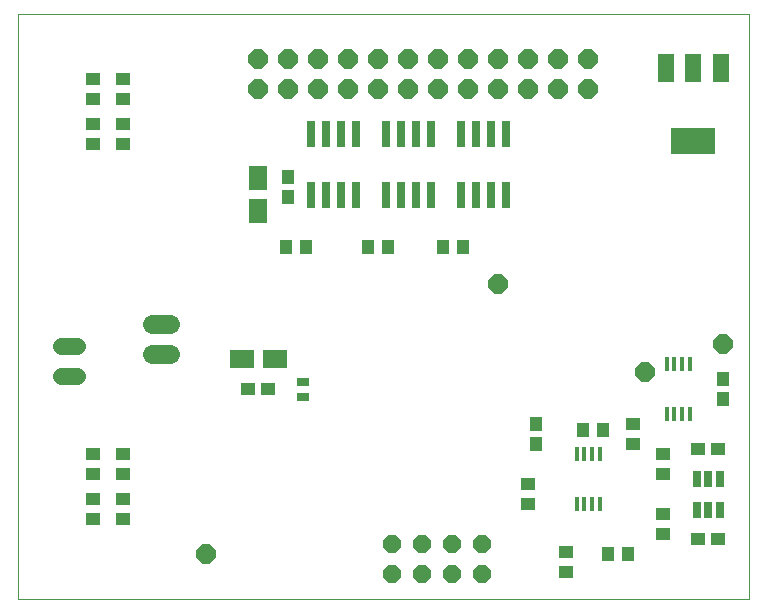
<source format=gbs>
G75*
%MOIN*%
%OFA0B0*%
%FSLAX24Y24*%
%IPPOS*%
%LPD*%
%AMOC8*
5,1,8,0,0,1.08239X$1,22.5*
%
%ADD10C,0.0000*%
%ADD11R,0.0434X0.0473*%
%ADD12R,0.0158X0.0512*%
%ADD13R,0.0473X0.0434*%
%ADD14C,0.0580*%
%ADD15C,0.0640*%
%ADD16R,0.0808X0.0631*%
%ADD17R,0.0394X0.0316*%
%ADD18R,0.0631X0.0808*%
%ADD19R,0.0276X0.0906*%
%ADD20R,0.0284X0.0520*%
%ADD21OC8,0.0640*%
%ADD22R,0.0520X0.0920*%
%ADD23R,0.1457X0.0906*%
%ADD24OC8,0.0580*%
D10*
X000630Y000630D02*
X000630Y020126D01*
X025000Y020126D01*
X025000Y000630D01*
X000630Y000630D01*
D11*
X009545Y012380D03*
X010215Y012380D03*
X009630Y014045D03*
X009630Y014715D03*
X012295Y012380D03*
X012965Y012380D03*
X014795Y012380D03*
X015465Y012380D03*
X017880Y006465D03*
X017880Y005795D03*
X019445Y006280D03*
X020115Y006280D03*
X024130Y007295D03*
X024130Y007965D03*
X020965Y002130D03*
X020295Y002130D03*
D12*
X020013Y003799D03*
X019758Y003799D03*
X019502Y003799D03*
X019246Y003799D03*
X019246Y005462D03*
X019502Y005462D03*
X019758Y005462D03*
X020013Y005462D03*
X022246Y006799D03*
X022502Y006799D03*
X022758Y006799D03*
X023013Y006799D03*
X023013Y008462D03*
X022758Y008462D03*
X022502Y008462D03*
X022246Y008462D03*
D13*
X021130Y006465D03*
X021130Y005795D03*
X022130Y005465D03*
X022130Y004795D03*
X023295Y005630D03*
X023965Y005630D03*
X022130Y003465D03*
X022130Y002795D03*
X023295Y002630D03*
X023965Y002630D03*
X018880Y002205D03*
X018880Y001535D03*
X017630Y003795D03*
X017630Y004465D03*
X008965Y007630D03*
X008295Y007630D03*
X004130Y005465D03*
X004130Y004795D03*
X004130Y003965D03*
X004130Y003295D03*
X003130Y003295D03*
X003130Y003965D03*
X003130Y004795D03*
X003130Y005465D03*
X003130Y015795D03*
X003130Y016465D03*
X003130Y017295D03*
X003130Y017965D03*
X004130Y017965D03*
X004130Y017295D03*
X004130Y016465D03*
X004130Y015795D03*
D14*
X002600Y009090D02*
X002060Y009090D01*
X002060Y008090D02*
X002600Y008090D01*
D15*
X005090Y008800D02*
X005690Y008800D01*
X005690Y009800D02*
X005090Y009800D01*
D16*
X008089Y008630D03*
X009171Y008630D03*
D17*
X010130Y007886D03*
X010130Y007374D03*
D18*
X008630Y013589D03*
X008630Y014671D03*
D19*
X010380Y014106D03*
X010880Y014106D03*
X011380Y014106D03*
X011880Y014106D03*
X012880Y014106D03*
X013380Y014106D03*
X013880Y014106D03*
X014380Y014106D03*
X015380Y014106D03*
X015880Y014106D03*
X016380Y014106D03*
X016880Y014106D03*
X016880Y016154D03*
X016380Y016154D03*
X015880Y016154D03*
X015380Y016154D03*
X014380Y016154D03*
X013880Y016154D03*
X013380Y016154D03*
X012880Y016154D03*
X011880Y016154D03*
X011380Y016154D03*
X010880Y016154D03*
X010380Y016154D03*
D20*
X023256Y004642D03*
X023630Y004642D03*
X024004Y004642D03*
X024004Y003618D03*
X023630Y003618D03*
X023256Y003618D03*
D21*
X021520Y008200D03*
X024130Y009130D03*
X016630Y011130D03*
X016630Y017630D03*
X016630Y018630D03*
X015630Y018630D03*
X015630Y017630D03*
X014630Y017630D03*
X014630Y018630D03*
X013630Y018630D03*
X012630Y018630D03*
X012630Y017630D03*
X013630Y017630D03*
X011630Y017630D03*
X011630Y018630D03*
X010630Y018630D03*
X010630Y017630D03*
X009630Y017630D03*
X009630Y018630D03*
X008630Y018630D03*
X008630Y017630D03*
X017630Y017630D03*
X017630Y018630D03*
X018630Y018630D03*
X018630Y017630D03*
X019630Y017630D03*
X019630Y018630D03*
X006890Y002130D03*
D22*
X022220Y018350D03*
X023130Y018350D03*
X024040Y018350D03*
D23*
X023130Y015910D03*
D24*
X016080Y002490D03*
X015080Y002490D03*
X014080Y002490D03*
X013080Y002490D03*
X013080Y001490D03*
X014080Y001490D03*
X015080Y001490D03*
X016080Y001490D03*
M02*

</source>
